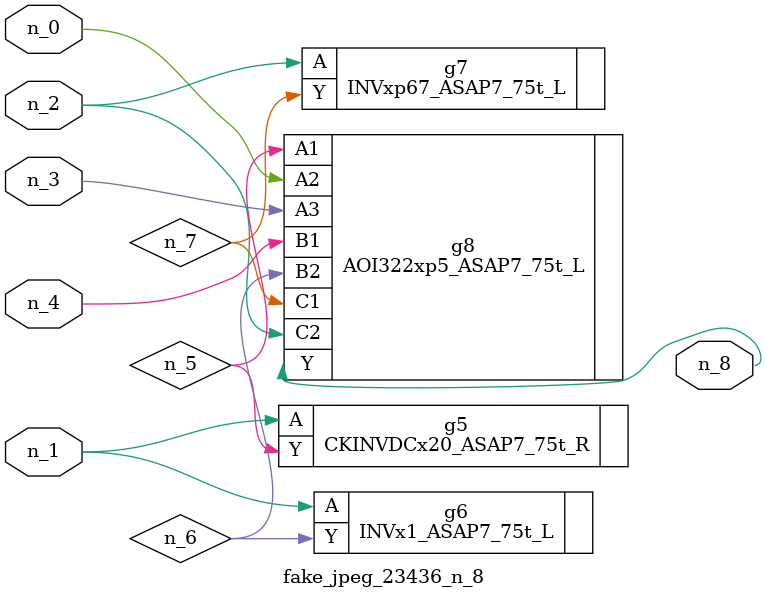
<source format=v>
module fake_jpeg_23436_n_8 (n_3, n_2, n_1, n_0, n_4, n_8);

input n_3;
input n_2;
input n_1;
input n_0;
input n_4;

output n_8;

wire n_6;
wire n_5;
wire n_7;

CKINVDCx20_ASAP7_75t_R g5 ( 
.A(n_1),
.Y(n_5)
);

INVx1_ASAP7_75t_L g6 ( 
.A(n_1),
.Y(n_6)
);

INVxp67_ASAP7_75t_L g7 ( 
.A(n_2),
.Y(n_7)
);

AOI322xp5_ASAP7_75t_L g8 ( 
.A1(n_5),
.A2(n_0),
.A3(n_3),
.B1(n_4),
.B2(n_6),
.C1(n_7),
.C2(n_2),
.Y(n_8)
);


endmodule
</source>
